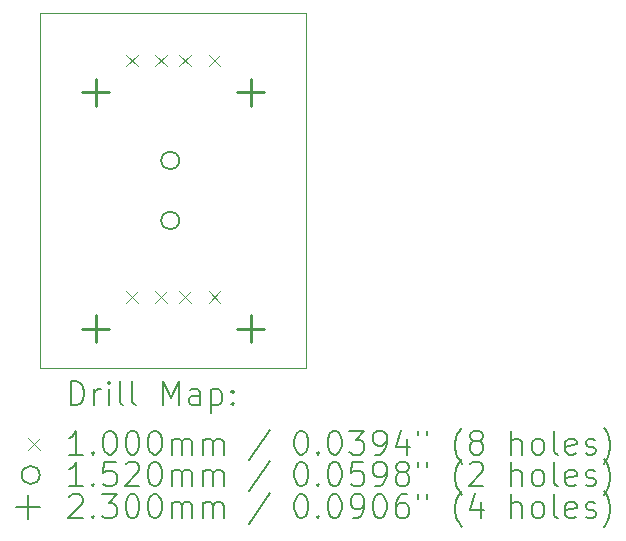
<source format=gbr>
%TF.GenerationSoftware,KiCad,Pcbnew,7.0.7-7.0.7~ubuntu22.04.1*%
%TF.CreationDate,2023-10-15T17:41:28+01:00*%
%TF.ProjectId,USB_distri,5553425f-6469-4737-9472-692e6b696361,rev?*%
%TF.SameCoordinates,Original*%
%TF.FileFunction,Drillmap*%
%TF.FilePolarity,Positive*%
%FSLAX45Y45*%
G04 Gerber Fmt 4.5, Leading zero omitted, Abs format (unit mm)*
G04 Created by KiCad (PCBNEW 7.0.7-7.0.7~ubuntu22.04.1) date 2023-10-15 17:41:28*
%MOMM*%
%LPD*%
G01*
G04 APERTURE LIST*
%ADD10C,0.100000*%
%ADD11C,0.200000*%
%ADD12C,0.152000*%
%ADD13C,0.230000*%
G04 APERTURE END LIST*
D10*
X13480000Y-5840000D02*
X15730000Y-5840000D01*
X15730000Y-8840000D01*
X13480000Y-8840000D01*
X13480000Y-5840000D01*
D11*
D10*
X14205000Y-6190000D02*
X14305000Y-6290000D01*
X14305000Y-6190000D02*
X14205000Y-6290000D01*
X14205000Y-8190000D02*
X14305000Y-8290000D01*
X14305000Y-8190000D02*
X14205000Y-8290000D01*
X14455000Y-6190000D02*
X14555000Y-6290000D01*
X14555000Y-6190000D02*
X14455000Y-6290000D01*
X14455000Y-8190000D02*
X14555000Y-8290000D01*
X14555000Y-8190000D02*
X14455000Y-8290000D01*
X14655000Y-6190000D02*
X14755000Y-6290000D01*
X14755000Y-6190000D02*
X14655000Y-6290000D01*
X14655000Y-8190000D02*
X14755000Y-8290000D01*
X14755000Y-8190000D02*
X14655000Y-8290000D01*
X14905000Y-6190000D02*
X15005000Y-6290000D01*
X15005000Y-6190000D02*
X14905000Y-6290000D01*
X14905000Y-8190000D02*
X15005000Y-8290000D01*
X15005000Y-8190000D02*
X14905000Y-8290000D01*
D12*
X14656000Y-7086000D02*
G75*
G03*
X14656000Y-7086000I-76000J0D01*
G01*
X14656000Y-7594000D02*
G75*
G03*
X14656000Y-7594000I-76000J0D01*
G01*
D13*
X13948000Y-6395000D02*
X13948000Y-6625000D01*
X13833000Y-6510000D02*
X14063000Y-6510000D01*
X13948000Y-8395000D02*
X13948000Y-8625000D01*
X13833000Y-8510000D02*
X14063000Y-8510000D01*
X15262000Y-6395000D02*
X15262000Y-6625000D01*
X15147000Y-6510000D02*
X15377000Y-6510000D01*
X15262000Y-8395000D02*
X15262000Y-8625000D01*
X15147000Y-8510000D02*
X15377000Y-8510000D01*
D11*
X13735777Y-9156484D02*
X13735777Y-8956484D01*
X13735777Y-8956484D02*
X13783396Y-8956484D01*
X13783396Y-8956484D02*
X13811967Y-8966008D01*
X13811967Y-8966008D02*
X13831015Y-8985055D01*
X13831015Y-8985055D02*
X13840539Y-9004103D01*
X13840539Y-9004103D02*
X13850062Y-9042198D01*
X13850062Y-9042198D02*
X13850062Y-9070770D01*
X13850062Y-9070770D02*
X13840539Y-9108865D01*
X13840539Y-9108865D02*
X13831015Y-9127912D01*
X13831015Y-9127912D02*
X13811967Y-9146960D01*
X13811967Y-9146960D02*
X13783396Y-9156484D01*
X13783396Y-9156484D02*
X13735777Y-9156484D01*
X13935777Y-9156484D02*
X13935777Y-9023150D01*
X13935777Y-9061246D02*
X13945301Y-9042198D01*
X13945301Y-9042198D02*
X13954824Y-9032674D01*
X13954824Y-9032674D02*
X13973872Y-9023150D01*
X13973872Y-9023150D02*
X13992920Y-9023150D01*
X14059586Y-9156484D02*
X14059586Y-9023150D01*
X14059586Y-8956484D02*
X14050062Y-8966008D01*
X14050062Y-8966008D02*
X14059586Y-8975531D01*
X14059586Y-8975531D02*
X14069110Y-8966008D01*
X14069110Y-8966008D02*
X14059586Y-8956484D01*
X14059586Y-8956484D02*
X14059586Y-8975531D01*
X14183396Y-9156484D02*
X14164348Y-9146960D01*
X14164348Y-9146960D02*
X14154824Y-9127912D01*
X14154824Y-9127912D02*
X14154824Y-8956484D01*
X14288158Y-9156484D02*
X14269110Y-9146960D01*
X14269110Y-9146960D02*
X14259586Y-9127912D01*
X14259586Y-9127912D02*
X14259586Y-8956484D01*
X14516729Y-9156484D02*
X14516729Y-8956484D01*
X14516729Y-8956484D02*
X14583396Y-9099341D01*
X14583396Y-9099341D02*
X14650062Y-8956484D01*
X14650062Y-8956484D02*
X14650062Y-9156484D01*
X14831015Y-9156484D02*
X14831015Y-9051722D01*
X14831015Y-9051722D02*
X14821491Y-9032674D01*
X14821491Y-9032674D02*
X14802443Y-9023150D01*
X14802443Y-9023150D02*
X14764348Y-9023150D01*
X14764348Y-9023150D02*
X14745301Y-9032674D01*
X14831015Y-9146960D02*
X14811967Y-9156484D01*
X14811967Y-9156484D02*
X14764348Y-9156484D01*
X14764348Y-9156484D02*
X14745301Y-9146960D01*
X14745301Y-9146960D02*
X14735777Y-9127912D01*
X14735777Y-9127912D02*
X14735777Y-9108865D01*
X14735777Y-9108865D02*
X14745301Y-9089817D01*
X14745301Y-9089817D02*
X14764348Y-9080293D01*
X14764348Y-9080293D02*
X14811967Y-9080293D01*
X14811967Y-9080293D02*
X14831015Y-9070770D01*
X14926253Y-9023150D02*
X14926253Y-9223150D01*
X14926253Y-9032674D02*
X14945301Y-9023150D01*
X14945301Y-9023150D02*
X14983396Y-9023150D01*
X14983396Y-9023150D02*
X15002443Y-9032674D01*
X15002443Y-9032674D02*
X15011967Y-9042198D01*
X15011967Y-9042198D02*
X15021491Y-9061246D01*
X15021491Y-9061246D02*
X15021491Y-9118389D01*
X15021491Y-9118389D02*
X15011967Y-9137436D01*
X15011967Y-9137436D02*
X15002443Y-9146960D01*
X15002443Y-9146960D02*
X14983396Y-9156484D01*
X14983396Y-9156484D02*
X14945301Y-9156484D01*
X14945301Y-9156484D02*
X14926253Y-9146960D01*
X15107205Y-9137436D02*
X15116729Y-9146960D01*
X15116729Y-9146960D02*
X15107205Y-9156484D01*
X15107205Y-9156484D02*
X15097682Y-9146960D01*
X15097682Y-9146960D02*
X15107205Y-9137436D01*
X15107205Y-9137436D02*
X15107205Y-9156484D01*
X15107205Y-9032674D02*
X15116729Y-9042198D01*
X15116729Y-9042198D02*
X15107205Y-9051722D01*
X15107205Y-9051722D02*
X15097682Y-9042198D01*
X15097682Y-9042198D02*
X15107205Y-9032674D01*
X15107205Y-9032674D02*
X15107205Y-9051722D01*
D10*
X13375000Y-9435000D02*
X13475000Y-9535000D01*
X13475000Y-9435000D02*
X13375000Y-9535000D01*
D11*
X13840539Y-9576484D02*
X13726253Y-9576484D01*
X13783396Y-9576484D02*
X13783396Y-9376484D01*
X13783396Y-9376484D02*
X13764348Y-9405055D01*
X13764348Y-9405055D02*
X13745301Y-9424103D01*
X13745301Y-9424103D02*
X13726253Y-9433627D01*
X13926253Y-9557436D02*
X13935777Y-9566960D01*
X13935777Y-9566960D02*
X13926253Y-9576484D01*
X13926253Y-9576484D02*
X13916729Y-9566960D01*
X13916729Y-9566960D02*
X13926253Y-9557436D01*
X13926253Y-9557436D02*
X13926253Y-9576484D01*
X14059586Y-9376484D02*
X14078634Y-9376484D01*
X14078634Y-9376484D02*
X14097682Y-9386008D01*
X14097682Y-9386008D02*
X14107205Y-9395531D01*
X14107205Y-9395531D02*
X14116729Y-9414579D01*
X14116729Y-9414579D02*
X14126253Y-9452674D01*
X14126253Y-9452674D02*
X14126253Y-9500293D01*
X14126253Y-9500293D02*
X14116729Y-9538389D01*
X14116729Y-9538389D02*
X14107205Y-9557436D01*
X14107205Y-9557436D02*
X14097682Y-9566960D01*
X14097682Y-9566960D02*
X14078634Y-9576484D01*
X14078634Y-9576484D02*
X14059586Y-9576484D01*
X14059586Y-9576484D02*
X14040539Y-9566960D01*
X14040539Y-9566960D02*
X14031015Y-9557436D01*
X14031015Y-9557436D02*
X14021491Y-9538389D01*
X14021491Y-9538389D02*
X14011967Y-9500293D01*
X14011967Y-9500293D02*
X14011967Y-9452674D01*
X14011967Y-9452674D02*
X14021491Y-9414579D01*
X14021491Y-9414579D02*
X14031015Y-9395531D01*
X14031015Y-9395531D02*
X14040539Y-9386008D01*
X14040539Y-9386008D02*
X14059586Y-9376484D01*
X14250062Y-9376484D02*
X14269110Y-9376484D01*
X14269110Y-9376484D02*
X14288158Y-9386008D01*
X14288158Y-9386008D02*
X14297682Y-9395531D01*
X14297682Y-9395531D02*
X14307205Y-9414579D01*
X14307205Y-9414579D02*
X14316729Y-9452674D01*
X14316729Y-9452674D02*
X14316729Y-9500293D01*
X14316729Y-9500293D02*
X14307205Y-9538389D01*
X14307205Y-9538389D02*
X14297682Y-9557436D01*
X14297682Y-9557436D02*
X14288158Y-9566960D01*
X14288158Y-9566960D02*
X14269110Y-9576484D01*
X14269110Y-9576484D02*
X14250062Y-9576484D01*
X14250062Y-9576484D02*
X14231015Y-9566960D01*
X14231015Y-9566960D02*
X14221491Y-9557436D01*
X14221491Y-9557436D02*
X14211967Y-9538389D01*
X14211967Y-9538389D02*
X14202443Y-9500293D01*
X14202443Y-9500293D02*
X14202443Y-9452674D01*
X14202443Y-9452674D02*
X14211967Y-9414579D01*
X14211967Y-9414579D02*
X14221491Y-9395531D01*
X14221491Y-9395531D02*
X14231015Y-9386008D01*
X14231015Y-9386008D02*
X14250062Y-9376484D01*
X14440539Y-9376484D02*
X14459586Y-9376484D01*
X14459586Y-9376484D02*
X14478634Y-9386008D01*
X14478634Y-9386008D02*
X14488158Y-9395531D01*
X14488158Y-9395531D02*
X14497682Y-9414579D01*
X14497682Y-9414579D02*
X14507205Y-9452674D01*
X14507205Y-9452674D02*
X14507205Y-9500293D01*
X14507205Y-9500293D02*
X14497682Y-9538389D01*
X14497682Y-9538389D02*
X14488158Y-9557436D01*
X14488158Y-9557436D02*
X14478634Y-9566960D01*
X14478634Y-9566960D02*
X14459586Y-9576484D01*
X14459586Y-9576484D02*
X14440539Y-9576484D01*
X14440539Y-9576484D02*
X14421491Y-9566960D01*
X14421491Y-9566960D02*
X14411967Y-9557436D01*
X14411967Y-9557436D02*
X14402443Y-9538389D01*
X14402443Y-9538389D02*
X14392920Y-9500293D01*
X14392920Y-9500293D02*
X14392920Y-9452674D01*
X14392920Y-9452674D02*
X14402443Y-9414579D01*
X14402443Y-9414579D02*
X14411967Y-9395531D01*
X14411967Y-9395531D02*
X14421491Y-9386008D01*
X14421491Y-9386008D02*
X14440539Y-9376484D01*
X14592920Y-9576484D02*
X14592920Y-9443150D01*
X14592920Y-9462198D02*
X14602443Y-9452674D01*
X14602443Y-9452674D02*
X14621491Y-9443150D01*
X14621491Y-9443150D02*
X14650063Y-9443150D01*
X14650063Y-9443150D02*
X14669110Y-9452674D01*
X14669110Y-9452674D02*
X14678634Y-9471722D01*
X14678634Y-9471722D02*
X14678634Y-9576484D01*
X14678634Y-9471722D02*
X14688158Y-9452674D01*
X14688158Y-9452674D02*
X14707205Y-9443150D01*
X14707205Y-9443150D02*
X14735777Y-9443150D01*
X14735777Y-9443150D02*
X14754824Y-9452674D01*
X14754824Y-9452674D02*
X14764348Y-9471722D01*
X14764348Y-9471722D02*
X14764348Y-9576484D01*
X14859586Y-9576484D02*
X14859586Y-9443150D01*
X14859586Y-9462198D02*
X14869110Y-9452674D01*
X14869110Y-9452674D02*
X14888158Y-9443150D01*
X14888158Y-9443150D02*
X14916729Y-9443150D01*
X14916729Y-9443150D02*
X14935777Y-9452674D01*
X14935777Y-9452674D02*
X14945301Y-9471722D01*
X14945301Y-9471722D02*
X14945301Y-9576484D01*
X14945301Y-9471722D02*
X14954824Y-9452674D01*
X14954824Y-9452674D02*
X14973872Y-9443150D01*
X14973872Y-9443150D02*
X15002443Y-9443150D01*
X15002443Y-9443150D02*
X15021491Y-9452674D01*
X15021491Y-9452674D02*
X15031015Y-9471722D01*
X15031015Y-9471722D02*
X15031015Y-9576484D01*
X15421491Y-9366960D02*
X15250063Y-9624103D01*
X15678634Y-9376484D02*
X15697682Y-9376484D01*
X15697682Y-9376484D02*
X15716729Y-9386008D01*
X15716729Y-9386008D02*
X15726253Y-9395531D01*
X15726253Y-9395531D02*
X15735777Y-9414579D01*
X15735777Y-9414579D02*
X15745301Y-9452674D01*
X15745301Y-9452674D02*
X15745301Y-9500293D01*
X15745301Y-9500293D02*
X15735777Y-9538389D01*
X15735777Y-9538389D02*
X15726253Y-9557436D01*
X15726253Y-9557436D02*
X15716729Y-9566960D01*
X15716729Y-9566960D02*
X15697682Y-9576484D01*
X15697682Y-9576484D02*
X15678634Y-9576484D01*
X15678634Y-9576484D02*
X15659586Y-9566960D01*
X15659586Y-9566960D02*
X15650063Y-9557436D01*
X15650063Y-9557436D02*
X15640539Y-9538389D01*
X15640539Y-9538389D02*
X15631015Y-9500293D01*
X15631015Y-9500293D02*
X15631015Y-9452674D01*
X15631015Y-9452674D02*
X15640539Y-9414579D01*
X15640539Y-9414579D02*
X15650063Y-9395531D01*
X15650063Y-9395531D02*
X15659586Y-9386008D01*
X15659586Y-9386008D02*
X15678634Y-9376484D01*
X15831015Y-9557436D02*
X15840539Y-9566960D01*
X15840539Y-9566960D02*
X15831015Y-9576484D01*
X15831015Y-9576484D02*
X15821491Y-9566960D01*
X15821491Y-9566960D02*
X15831015Y-9557436D01*
X15831015Y-9557436D02*
X15831015Y-9576484D01*
X15964348Y-9376484D02*
X15983396Y-9376484D01*
X15983396Y-9376484D02*
X16002444Y-9386008D01*
X16002444Y-9386008D02*
X16011967Y-9395531D01*
X16011967Y-9395531D02*
X16021491Y-9414579D01*
X16021491Y-9414579D02*
X16031015Y-9452674D01*
X16031015Y-9452674D02*
X16031015Y-9500293D01*
X16031015Y-9500293D02*
X16021491Y-9538389D01*
X16021491Y-9538389D02*
X16011967Y-9557436D01*
X16011967Y-9557436D02*
X16002444Y-9566960D01*
X16002444Y-9566960D02*
X15983396Y-9576484D01*
X15983396Y-9576484D02*
X15964348Y-9576484D01*
X15964348Y-9576484D02*
X15945301Y-9566960D01*
X15945301Y-9566960D02*
X15935777Y-9557436D01*
X15935777Y-9557436D02*
X15926253Y-9538389D01*
X15926253Y-9538389D02*
X15916729Y-9500293D01*
X15916729Y-9500293D02*
X15916729Y-9452674D01*
X15916729Y-9452674D02*
X15926253Y-9414579D01*
X15926253Y-9414579D02*
X15935777Y-9395531D01*
X15935777Y-9395531D02*
X15945301Y-9386008D01*
X15945301Y-9386008D02*
X15964348Y-9376484D01*
X16097682Y-9376484D02*
X16221491Y-9376484D01*
X16221491Y-9376484D02*
X16154825Y-9452674D01*
X16154825Y-9452674D02*
X16183396Y-9452674D01*
X16183396Y-9452674D02*
X16202444Y-9462198D01*
X16202444Y-9462198D02*
X16211967Y-9471722D01*
X16211967Y-9471722D02*
X16221491Y-9490770D01*
X16221491Y-9490770D02*
X16221491Y-9538389D01*
X16221491Y-9538389D02*
X16211967Y-9557436D01*
X16211967Y-9557436D02*
X16202444Y-9566960D01*
X16202444Y-9566960D02*
X16183396Y-9576484D01*
X16183396Y-9576484D02*
X16126253Y-9576484D01*
X16126253Y-9576484D02*
X16107206Y-9566960D01*
X16107206Y-9566960D02*
X16097682Y-9557436D01*
X16316729Y-9576484D02*
X16354825Y-9576484D01*
X16354825Y-9576484D02*
X16373872Y-9566960D01*
X16373872Y-9566960D02*
X16383396Y-9557436D01*
X16383396Y-9557436D02*
X16402444Y-9528865D01*
X16402444Y-9528865D02*
X16411967Y-9490770D01*
X16411967Y-9490770D02*
X16411967Y-9414579D01*
X16411967Y-9414579D02*
X16402444Y-9395531D01*
X16402444Y-9395531D02*
X16392920Y-9386008D01*
X16392920Y-9386008D02*
X16373872Y-9376484D01*
X16373872Y-9376484D02*
X16335777Y-9376484D01*
X16335777Y-9376484D02*
X16316729Y-9386008D01*
X16316729Y-9386008D02*
X16307206Y-9395531D01*
X16307206Y-9395531D02*
X16297682Y-9414579D01*
X16297682Y-9414579D02*
X16297682Y-9462198D01*
X16297682Y-9462198D02*
X16307206Y-9481246D01*
X16307206Y-9481246D02*
X16316729Y-9490770D01*
X16316729Y-9490770D02*
X16335777Y-9500293D01*
X16335777Y-9500293D02*
X16373872Y-9500293D01*
X16373872Y-9500293D02*
X16392920Y-9490770D01*
X16392920Y-9490770D02*
X16402444Y-9481246D01*
X16402444Y-9481246D02*
X16411967Y-9462198D01*
X16583396Y-9443150D02*
X16583396Y-9576484D01*
X16535777Y-9366960D02*
X16488158Y-9509817D01*
X16488158Y-9509817D02*
X16611967Y-9509817D01*
X16678634Y-9376484D02*
X16678634Y-9414579D01*
X16754825Y-9376484D02*
X16754825Y-9414579D01*
X17050063Y-9652674D02*
X17040539Y-9643150D01*
X17040539Y-9643150D02*
X17021491Y-9614579D01*
X17021491Y-9614579D02*
X17011968Y-9595531D01*
X17011968Y-9595531D02*
X17002444Y-9566960D01*
X17002444Y-9566960D02*
X16992920Y-9519341D01*
X16992920Y-9519341D02*
X16992920Y-9481246D01*
X16992920Y-9481246D02*
X17002444Y-9433627D01*
X17002444Y-9433627D02*
X17011968Y-9405055D01*
X17011968Y-9405055D02*
X17021491Y-9386008D01*
X17021491Y-9386008D02*
X17040539Y-9357436D01*
X17040539Y-9357436D02*
X17050063Y-9347912D01*
X17154825Y-9462198D02*
X17135777Y-9452674D01*
X17135777Y-9452674D02*
X17126253Y-9443150D01*
X17126253Y-9443150D02*
X17116730Y-9424103D01*
X17116730Y-9424103D02*
X17116730Y-9414579D01*
X17116730Y-9414579D02*
X17126253Y-9395531D01*
X17126253Y-9395531D02*
X17135777Y-9386008D01*
X17135777Y-9386008D02*
X17154825Y-9376484D01*
X17154825Y-9376484D02*
X17192920Y-9376484D01*
X17192920Y-9376484D02*
X17211968Y-9386008D01*
X17211968Y-9386008D02*
X17221491Y-9395531D01*
X17221491Y-9395531D02*
X17231015Y-9414579D01*
X17231015Y-9414579D02*
X17231015Y-9424103D01*
X17231015Y-9424103D02*
X17221491Y-9443150D01*
X17221491Y-9443150D02*
X17211968Y-9452674D01*
X17211968Y-9452674D02*
X17192920Y-9462198D01*
X17192920Y-9462198D02*
X17154825Y-9462198D01*
X17154825Y-9462198D02*
X17135777Y-9471722D01*
X17135777Y-9471722D02*
X17126253Y-9481246D01*
X17126253Y-9481246D02*
X17116730Y-9500293D01*
X17116730Y-9500293D02*
X17116730Y-9538389D01*
X17116730Y-9538389D02*
X17126253Y-9557436D01*
X17126253Y-9557436D02*
X17135777Y-9566960D01*
X17135777Y-9566960D02*
X17154825Y-9576484D01*
X17154825Y-9576484D02*
X17192920Y-9576484D01*
X17192920Y-9576484D02*
X17211968Y-9566960D01*
X17211968Y-9566960D02*
X17221491Y-9557436D01*
X17221491Y-9557436D02*
X17231015Y-9538389D01*
X17231015Y-9538389D02*
X17231015Y-9500293D01*
X17231015Y-9500293D02*
X17221491Y-9481246D01*
X17221491Y-9481246D02*
X17211968Y-9471722D01*
X17211968Y-9471722D02*
X17192920Y-9462198D01*
X17469111Y-9576484D02*
X17469111Y-9376484D01*
X17554825Y-9576484D02*
X17554825Y-9471722D01*
X17554825Y-9471722D02*
X17545301Y-9452674D01*
X17545301Y-9452674D02*
X17526253Y-9443150D01*
X17526253Y-9443150D02*
X17497682Y-9443150D01*
X17497682Y-9443150D02*
X17478634Y-9452674D01*
X17478634Y-9452674D02*
X17469111Y-9462198D01*
X17678634Y-9576484D02*
X17659587Y-9566960D01*
X17659587Y-9566960D02*
X17650063Y-9557436D01*
X17650063Y-9557436D02*
X17640539Y-9538389D01*
X17640539Y-9538389D02*
X17640539Y-9481246D01*
X17640539Y-9481246D02*
X17650063Y-9462198D01*
X17650063Y-9462198D02*
X17659587Y-9452674D01*
X17659587Y-9452674D02*
X17678634Y-9443150D01*
X17678634Y-9443150D02*
X17707206Y-9443150D01*
X17707206Y-9443150D02*
X17726253Y-9452674D01*
X17726253Y-9452674D02*
X17735777Y-9462198D01*
X17735777Y-9462198D02*
X17745301Y-9481246D01*
X17745301Y-9481246D02*
X17745301Y-9538389D01*
X17745301Y-9538389D02*
X17735777Y-9557436D01*
X17735777Y-9557436D02*
X17726253Y-9566960D01*
X17726253Y-9566960D02*
X17707206Y-9576484D01*
X17707206Y-9576484D02*
X17678634Y-9576484D01*
X17859587Y-9576484D02*
X17840539Y-9566960D01*
X17840539Y-9566960D02*
X17831015Y-9547912D01*
X17831015Y-9547912D02*
X17831015Y-9376484D01*
X18011968Y-9566960D02*
X17992920Y-9576484D01*
X17992920Y-9576484D02*
X17954825Y-9576484D01*
X17954825Y-9576484D02*
X17935777Y-9566960D01*
X17935777Y-9566960D02*
X17926253Y-9547912D01*
X17926253Y-9547912D02*
X17926253Y-9471722D01*
X17926253Y-9471722D02*
X17935777Y-9452674D01*
X17935777Y-9452674D02*
X17954825Y-9443150D01*
X17954825Y-9443150D02*
X17992920Y-9443150D01*
X17992920Y-9443150D02*
X18011968Y-9452674D01*
X18011968Y-9452674D02*
X18021492Y-9471722D01*
X18021492Y-9471722D02*
X18021492Y-9490770D01*
X18021492Y-9490770D02*
X17926253Y-9509817D01*
X18097682Y-9566960D02*
X18116730Y-9576484D01*
X18116730Y-9576484D02*
X18154825Y-9576484D01*
X18154825Y-9576484D02*
X18173873Y-9566960D01*
X18173873Y-9566960D02*
X18183396Y-9547912D01*
X18183396Y-9547912D02*
X18183396Y-9538389D01*
X18183396Y-9538389D02*
X18173873Y-9519341D01*
X18173873Y-9519341D02*
X18154825Y-9509817D01*
X18154825Y-9509817D02*
X18126253Y-9509817D01*
X18126253Y-9509817D02*
X18107206Y-9500293D01*
X18107206Y-9500293D02*
X18097682Y-9481246D01*
X18097682Y-9481246D02*
X18097682Y-9471722D01*
X18097682Y-9471722D02*
X18107206Y-9452674D01*
X18107206Y-9452674D02*
X18126253Y-9443150D01*
X18126253Y-9443150D02*
X18154825Y-9443150D01*
X18154825Y-9443150D02*
X18173873Y-9452674D01*
X18250063Y-9652674D02*
X18259587Y-9643150D01*
X18259587Y-9643150D02*
X18278634Y-9614579D01*
X18278634Y-9614579D02*
X18288158Y-9595531D01*
X18288158Y-9595531D02*
X18297682Y-9566960D01*
X18297682Y-9566960D02*
X18307206Y-9519341D01*
X18307206Y-9519341D02*
X18307206Y-9481246D01*
X18307206Y-9481246D02*
X18297682Y-9433627D01*
X18297682Y-9433627D02*
X18288158Y-9405055D01*
X18288158Y-9405055D02*
X18278634Y-9386008D01*
X18278634Y-9386008D02*
X18259587Y-9357436D01*
X18259587Y-9357436D02*
X18250063Y-9347912D01*
D12*
X13475000Y-9749000D02*
G75*
G03*
X13475000Y-9749000I-76000J0D01*
G01*
D11*
X13840539Y-9840484D02*
X13726253Y-9840484D01*
X13783396Y-9840484D02*
X13783396Y-9640484D01*
X13783396Y-9640484D02*
X13764348Y-9669055D01*
X13764348Y-9669055D02*
X13745301Y-9688103D01*
X13745301Y-9688103D02*
X13726253Y-9697627D01*
X13926253Y-9821436D02*
X13935777Y-9830960D01*
X13935777Y-9830960D02*
X13926253Y-9840484D01*
X13926253Y-9840484D02*
X13916729Y-9830960D01*
X13916729Y-9830960D02*
X13926253Y-9821436D01*
X13926253Y-9821436D02*
X13926253Y-9840484D01*
X14116729Y-9640484D02*
X14021491Y-9640484D01*
X14021491Y-9640484D02*
X14011967Y-9735722D01*
X14011967Y-9735722D02*
X14021491Y-9726198D01*
X14021491Y-9726198D02*
X14040539Y-9716674D01*
X14040539Y-9716674D02*
X14088158Y-9716674D01*
X14088158Y-9716674D02*
X14107205Y-9726198D01*
X14107205Y-9726198D02*
X14116729Y-9735722D01*
X14116729Y-9735722D02*
X14126253Y-9754770D01*
X14126253Y-9754770D02*
X14126253Y-9802389D01*
X14126253Y-9802389D02*
X14116729Y-9821436D01*
X14116729Y-9821436D02*
X14107205Y-9830960D01*
X14107205Y-9830960D02*
X14088158Y-9840484D01*
X14088158Y-9840484D02*
X14040539Y-9840484D01*
X14040539Y-9840484D02*
X14021491Y-9830960D01*
X14021491Y-9830960D02*
X14011967Y-9821436D01*
X14202443Y-9659531D02*
X14211967Y-9650008D01*
X14211967Y-9650008D02*
X14231015Y-9640484D01*
X14231015Y-9640484D02*
X14278634Y-9640484D01*
X14278634Y-9640484D02*
X14297682Y-9650008D01*
X14297682Y-9650008D02*
X14307205Y-9659531D01*
X14307205Y-9659531D02*
X14316729Y-9678579D01*
X14316729Y-9678579D02*
X14316729Y-9697627D01*
X14316729Y-9697627D02*
X14307205Y-9726198D01*
X14307205Y-9726198D02*
X14192920Y-9840484D01*
X14192920Y-9840484D02*
X14316729Y-9840484D01*
X14440539Y-9640484D02*
X14459586Y-9640484D01*
X14459586Y-9640484D02*
X14478634Y-9650008D01*
X14478634Y-9650008D02*
X14488158Y-9659531D01*
X14488158Y-9659531D02*
X14497682Y-9678579D01*
X14497682Y-9678579D02*
X14507205Y-9716674D01*
X14507205Y-9716674D02*
X14507205Y-9764293D01*
X14507205Y-9764293D02*
X14497682Y-9802389D01*
X14497682Y-9802389D02*
X14488158Y-9821436D01*
X14488158Y-9821436D02*
X14478634Y-9830960D01*
X14478634Y-9830960D02*
X14459586Y-9840484D01*
X14459586Y-9840484D02*
X14440539Y-9840484D01*
X14440539Y-9840484D02*
X14421491Y-9830960D01*
X14421491Y-9830960D02*
X14411967Y-9821436D01*
X14411967Y-9821436D02*
X14402443Y-9802389D01*
X14402443Y-9802389D02*
X14392920Y-9764293D01*
X14392920Y-9764293D02*
X14392920Y-9716674D01*
X14392920Y-9716674D02*
X14402443Y-9678579D01*
X14402443Y-9678579D02*
X14411967Y-9659531D01*
X14411967Y-9659531D02*
X14421491Y-9650008D01*
X14421491Y-9650008D02*
X14440539Y-9640484D01*
X14592920Y-9840484D02*
X14592920Y-9707150D01*
X14592920Y-9726198D02*
X14602443Y-9716674D01*
X14602443Y-9716674D02*
X14621491Y-9707150D01*
X14621491Y-9707150D02*
X14650063Y-9707150D01*
X14650063Y-9707150D02*
X14669110Y-9716674D01*
X14669110Y-9716674D02*
X14678634Y-9735722D01*
X14678634Y-9735722D02*
X14678634Y-9840484D01*
X14678634Y-9735722D02*
X14688158Y-9716674D01*
X14688158Y-9716674D02*
X14707205Y-9707150D01*
X14707205Y-9707150D02*
X14735777Y-9707150D01*
X14735777Y-9707150D02*
X14754824Y-9716674D01*
X14754824Y-9716674D02*
X14764348Y-9735722D01*
X14764348Y-9735722D02*
X14764348Y-9840484D01*
X14859586Y-9840484D02*
X14859586Y-9707150D01*
X14859586Y-9726198D02*
X14869110Y-9716674D01*
X14869110Y-9716674D02*
X14888158Y-9707150D01*
X14888158Y-9707150D02*
X14916729Y-9707150D01*
X14916729Y-9707150D02*
X14935777Y-9716674D01*
X14935777Y-9716674D02*
X14945301Y-9735722D01*
X14945301Y-9735722D02*
X14945301Y-9840484D01*
X14945301Y-9735722D02*
X14954824Y-9716674D01*
X14954824Y-9716674D02*
X14973872Y-9707150D01*
X14973872Y-9707150D02*
X15002443Y-9707150D01*
X15002443Y-9707150D02*
X15021491Y-9716674D01*
X15021491Y-9716674D02*
X15031015Y-9735722D01*
X15031015Y-9735722D02*
X15031015Y-9840484D01*
X15421491Y-9630960D02*
X15250063Y-9888103D01*
X15678634Y-9640484D02*
X15697682Y-9640484D01*
X15697682Y-9640484D02*
X15716729Y-9650008D01*
X15716729Y-9650008D02*
X15726253Y-9659531D01*
X15726253Y-9659531D02*
X15735777Y-9678579D01*
X15735777Y-9678579D02*
X15745301Y-9716674D01*
X15745301Y-9716674D02*
X15745301Y-9764293D01*
X15745301Y-9764293D02*
X15735777Y-9802389D01*
X15735777Y-9802389D02*
X15726253Y-9821436D01*
X15726253Y-9821436D02*
X15716729Y-9830960D01*
X15716729Y-9830960D02*
X15697682Y-9840484D01*
X15697682Y-9840484D02*
X15678634Y-9840484D01*
X15678634Y-9840484D02*
X15659586Y-9830960D01*
X15659586Y-9830960D02*
X15650063Y-9821436D01*
X15650063Y-9821436D02*
X15640539Y-9802389D01*
X15640539Y-9802389D02*
X15631015Y-9764293D01*
X15631015Y-9764293D02*
X15631015Y-9716674D01*
X15631015Y-9716674D02*
X15640539Y-9678579D01*
X15640539Y-9678579D02*
X15650063Y-9659531D01*
X15650063Y-9659531D02*
X15659586Y-9650008D01*
X15659586Y-9650008D02*
X15678634Y-9640484D01*
X15831015Y-9821436D02*
X15840539Y-9830960D01*
X15840539Y-9830960D02*
X15831015Y-9840484D01*
X15831015Y-9840484D02*
X15821491Y-9830960D01*
X15821491Y-9830960D02*
X15831015Y-9821436D01*
X15831015Y-9821436D02*
X15831015Y-9840484D01*
X15964348Y-9640484D02*
X15983396Y-9640484D01*
X15983396Y-9640484D02*
X16002444Y-9650008D01*
X16002444Y-9650008D02*
X16011967Y-9659531D01*
X16011967Y-9659531D02*
X16021491Y-9678579D01*
X16021491Y-9678579D02*
X16031015Y-9716674D01*
X16031015Y-9716674D02*
X16031015Y-9764293D01*
X16031015Y-9764293D02*
X16021491Y-9802389D01*
X16021491Y-9802389D02*
X16011967Y-9821436D01*
X16011967Y-9821436D02*
X16002444Y-9830960D01*
X16002444Y-9830960D02*
X15983396Y-9840484D01*
X15983396Y-9840484D02*
X15964348Y-9840484D01*
X15964348Y-9840484D02*
X15945301Y-9830960D01*
X15945301Y-9830960D02*
X15935777Y-9821436D01*
X15935777Y-9821436D02*
X15926253Y-9802389D01*
X15926253Y-9802389D02*
X15916729Y-9764293D01*
X15916729Y-9764293D02*
X15916729Y-9716674D01*
X15916729Y-9716674D02*
X15926253Y-9678579D01*
X15926253Y-9678579D02*
X15935777Y-9659531D01*
X15935777Y-9659531D02*
X15945301Y-9650008D01*
X15945301Y-9650008D02*
X15964348Y-9640484D01*
X16211967Y-9640484D02*
X16116729Y-9640484D01*
X16116729Y-9640484D02*
X16107206Y-9735722D01*
X16107206Y-9735722D02*
X16116729Y-9726198D01*
X16116729Y-9726198D02*
X16135777Y-9716674D01*
X16135777Y-9716674D02*
X16183396Y-9716674D01*
X16183396Y-9716674D02*
X16202444Y-9726198D01*
X16202444Y-9726198D02*
X16211967Y-9735722D01*
X16211967Y-9735722D02*
X16221491Y-9754770D01*
X16221491Y-9754770D02*
X16221491Y-9802389D01*
X16221491Y-9802389D02*
X16211967Y-9821436D01*
X16211967Y-9821436D02*
X16202444Y-9830960D01*
X16202444Y-9830960D02*
X16183396Y-9840484D01*
X16183396Y-9840484D02*
X16135777Y-9840484D01*
X16135777Y-9840484D02*
X16116729Y-9830960D01*
X16116729Y-9830960D02*
X16107206Y-9821436D01*
X16316729Y-9840484D02*
X16354825Y-9840484D01*
X16354825Y-9840484D02*
X16373872Y-9830960D01*
X16373872Y-9830960D02*
X16383396Y-9821436D01*
X16383396Y-9821436D02*
X16402444Y-9792865D01*
X16402444Y-9792865D02*
X16411967Y-9754770D01*
X16411967Y-9754770D02*
X16411967Y-9678579D01*
X16411967Y-9678579D02*
X16402444Y-9659531D01*
X16402444Y-9659531D02*
X16392920Y-9650008D01*
X16392920Y-9650008D02*
X16373872Y-9640484D01*
X16373872Y-9640484D02*
X16335777Y-9640484D01*
X16335777Y-9640484D02*
X16316729Y-9650008D01*
X16316729Y-9650008D02*
X16307206Y-9659531D01*
X16307206Y-9659531D02*
X16297682Y-9678579D01*
X16297682Y-9678579D02*
X16297682Y-9726198D01*
X16297682Y-9726198D02*
X16307206Y-9745246D01*
X16307206Y-9745246D02*
X16316729Y-9754770D01*
X16316729Y-9754770D02*
X16335777Y-9764293D01*
X16335777Y-9764293D02*
X16373872Y-9764293D01*
X16373872Y-9764293D02*
X16392920Y-9754770D01*
X16392920Y-9754770D02*
X16402444Y-9745246D01*
X16402444Y-9745246D02*
X16411967Y-9726198D01*
X16526253Y-9726198D02*
X16507206Y-9716674D01*
X16507206Y-9716674D02*
X16497682Y-9707150D01*
X16497682Y-9707150D02*
X16488158Y-9688103D01*
X16488158Y-9688103D02*
X16488158Y-9678579D01*
X16488158Y-9678579D02*
X16497682Y-9659531D01*
X16497682Y-9659531D02*
X16507206Y-9650008D01*
X16507206Y-9650008D02*
X16526253Y-9640484D01*
X16526253Y-9640484D02*
X16564348Y-9640484D01*
X16564348Y-9640484D02*
X16583396Y-9650008D01*
X16583396Y-9650008D02*
X16592920Y-9659531D01*
X16592920Y-9659531D02*
X16602444Y-9678579D01*
X16602444Y-9678579D02*
X16602444Y-9688103D01*
X16602444Y-9688103D02*
X16592920Y-9707150D01*
X16592920Y-9707150D02*
X16583396Y-9716674D01*
X16583396Y-9716674D02*
X16564348Y-9726198D01*
X16564348Y-9726198D02*
X16526253Y-9726198D01*
X16526253Y-9726198D02*
X16507206Y-9735722D01*
X16507206Y-9735722D02*
X16497682Y-9745246D01*
X16497682Y-9745246D02*
X16488158Y-9764293D01*
X16488158Y-9764293D02*
X16488158Y-9802389D01*
X16488158Y-9802389D02*
X16497682Y-9821436D01*
X16497682Y-9821436D02*
X16507206Y-9830960D01*
X16507206Y-9830960D02*
X16526253Y-9840484D01*
X16526253Y-9840484D02*
X16564348Y-9840484D01*
X16564348Y-9840484D02*
X16583396Y-9830960D01*
X16583396Y-9830960D02*
X16592920Y-9821436D01*
X16592920Y-9821436D02*
X16602444Y-9802389D01*
X16602444Y-9802389D02*
X16602444Y-9764293D01*
X16602444Y-9764293D02*
X16592920Y-9745246D01*
X16592920Y-9745246D02*
X16583396Y-9735722D01*
X16583396Y-9735722D02*
X16564348Y-9726198D01*
X16678634Y-9640484D02*
X16678634Y-9678579D01*
X16754825Y-9640484D02*
X16754825Y-9678579D01*
X17050063Y-9916674D02*
X17040539Y-9907150D01*
X17040539Y-9907150D02*
X17021491Y-9878579D01*
X17021491Y-9878579D02*
X17011968Y-9859531D01*
X17011968Y-9859531D02*
X17002444Y-9830960D01*
X17002444Y-9830960D02*
X16992920Y-9783341D01*
X16992920Y-9783341D02*
X16992920Y-9745246D01*
X16992920Y-9745246D02*
X17002444Y-9697627D01*
X17002444Y-9697627D02*
X17011968Y-9669055D01*
X17011968Y-9669055D02*
X17021491Y-9650008D01*
X17021491Y-9650008D02*
X17040539Y-9621436D01*
X17040539Y-9621436D02*
X17050063Y-9611912D01*
X17116730Y-9659531D02*
X17126253Y-9650008D01*
X17126253Y-9650008D02*
X17145301Y-9640484D01*
X17145301Y-9640484D02*
X17192920Y-9640484D01*
X17192920Y-9640484D02*
X17211968Y-9650008D01*
X17211968Y-9650008D02*
X17221491Y-9659531D01*
X17221491Y-9659531D02*
X17231015Y-9678579D01*
X17231015Y-9678579D02*
X17231015Y-9697627D01*
X17231015Y-9697627D02*
X17221491Y-9726198D01*
X17221491Y-9726198D02*
X17107206Y-9840484D01*
X17107206Y-9840484D02*
X17231015Y-9840484D01*
X17469111Y-9840484D02*
X17469111Y-9640484D01*
X17554825Y-9840484D02*
X17554825Y-9735722D01*
X17554825Y-9735722D02*
X17545301Y-9716674D01*
X17545301Y-9716674D02*
X17526253Y-9707150D01*
X17526253Y-9707150D02*
X17497682Y-9707150D01*
X17497682Y-9707150D02*
X17478634Y-9716674D01*
X17478634Y-9716674D02*
X17469111Y-9726198D01*
X17678634Y-9840484D02*
X17659587Y-9830960D01*
X17659587Y-9830960D02*
X17650063Y-9821436D01*
X17650063Y-9821436D02*
X17640539Y-9802389D01*
X17640539Y-9802389D02*
X17640539Y-9745246D01*
X17640539Y-9745246D02*
X17650063Y-9726198D01*
X17650063Y-9726198D02*
X17659587Y-9716674D01*
X17659587Y-9716674D02*
X17678634Y-9707150D01*
X17678634Y-9707150D02*
X17707206Y-9707150D01*
X17707206Y-9707150D02*
X17726253Y-9716674D01*
X17726253Y-9716674D02*
X17735777Y-9726198D01*
X17735777Y-9726198D02*
X17745301Y-9745246D01*
X17745301Y-9745246D02*
X17745301Y-9802389D01*
X17745301Y-9802389D02*
X17735777Y-9821436D01*
X17735777Y-9821436D02*
X17726253Y-9830960D01*
X17726253Y-9830960D02*
X17707206Y-9840484D01*
X17707206Y-9840484D02*
X17678634Y-9840484D01*
X17859587Y-9840484D02*
X17840539Y-9830960D01*
X17840539Y-9830960D02*
X17831015Y-9811912D01*
X17831015Y-9811912D02*
X17831015Y-9640484D01*
X18011968Y-9830960D02*
X17992920Y-9840484D01*
X17992920Y-9840484D02*
X17954825Y-9840484D01*
X17954825Y-9840484D02*
X17935777Y-9830960D01*
X17935777Y-9830960D02*
X17926253Y-9811912D01*
X17926253Y-9811912D02*
X17926253Y-9735722D01*
X17926253Y-9735722D02*
X17935777Y-9716674D01*
X17935777Y-9716674D02*
X17954825Y-9707150D01*
X17954825Y-9707150D02*
X17992920Y-9707150D01*
X17992920Y-9707150D02*
X18011968Y-9716674D01*
X18011968Y-9716674D02*
X18021492Y-9735722D01*
X18021492Y-9735722D02*
X18021492Y-9754770D01*
X18021492Y-9754770D02*
X17926253Y-9773817D01*
X18097682Y-9830960D02*
X18116730Y-9840484D01*
X18116730Y-9840484D02*
X18154825Y-9840484D01*
X18154825Y-9840484D02*
X18173873Y-9830960D01*
X18173873Y-9830960D02*
X18183396Y-9811912D01*
X18183396Y-9811912D02*
X18183396Y-9802389D01*
X18183396Y-9802389D02*
X18173873Y-9783341D01*
X18173873Y-9783341D02*
X18154825Y-9773817D01*
X18154825Y-9773817D02*
X18126253Y-9773817D01*
X18126253Y-9773817D02*
X18107206Y-9764293D01*
X18107206Y-9764293D02*
X18097682Y-9745246D01*
X18097682Y-9745246D02*
X18097682Y-9735722D01*
X18097682Y-9735722D02*
X18107206Y-9716674D01*
X18107206Y-9716674D02*
X18126253Y-9707150D01*
X18126253Y-9707150D02*
X18154825Y-9707150D01*
X18154825Y-9707150D02*
X18173873Y-9716674D01*
X18250063Y-9916674D02*
X18259587Y-9907150D01*
X18259587Y-9907150D02*
X18278634Y-9878579D01*
X18278634Y-9878579D02*
X18288158Y-9859531D01*
X18288158Y-9859531D02*
X18297682Y-9830960D01*
X18297682Y-9830960D02*
X18307206Y-9783341D01*
X18307206Y-9783341D02*
X18307206Y-9745246D01*
X18307206Y-9745246D02*
X18297682Y-9697627D01*
X18297682Y-9697627D02*
X18288158Y-9669055D01*
X18288158Y-9669055D02*
X18278634Y-9650008D01*
X18278634Y-9650008D02*
X18259587Y-9621436D01*
X18259587Y-9621436D02*
X18250063Y-9611912D01*
X13375000Y-9921000D02*
X13375000Y-10121000D01*
X13275000Y-10021000D02*
X13475000Y-10021000D01*
X13726253Y-9931531D02*
X13735777Y-9922008D01*
X13735777Y-9922008D02*
X13754824Y-9912484D01*
X13754824Y-9912484D02*
X13802443Y-9912484D01*
X13802443Y-9912484D02*
X13821491Y-9922008D01*
X13821491Y-9922008D02*
X13831015Y-9931531D01*
X13831015Y-9931531D02*
X13840539Y-9950579D01*
X13840539Y-9950579D02*
X13840539Y-9969627D01*
X13840539Y-9969627D02*
X13831015Y-9998198D01*
X13831015Y-9998198D02*
X13716729Y-10112484D01*
X13716729Y-10112484D02*
X13840539Y-10112484D01*
X13926253Y-10093436D02*
X13935777Y-10102960D01*
X13935777Y-10102960D02*
X13926253Y-10112484D01*
X13926253Y-10112484D02*
X13916729Y-10102960D01*
X13916729Y-10102960D02*
X13926253Y-10093436D01*
X13926253Y-10093436D02*
X13926253Y-10112484D01*
X14002443Y-9912484D02*
X14126253Y-9912484D01*
X14126253Y-9912484D02*
X14059586Y-9988674D01*
X14059586Y-9988674D02*
X14088158Y-9988674D01*
X14088158Y-9988674D02*
X14107205Y-9998198D01*
X14107205Y-9998198D02*
X14116729Y-10007722D01*
X14116729Y-10007722D02*
X14126253Y-10026770D01*
X14126253Y-10026770D02*
X14126253Y-10074389D01*
X14126253Y-10074389D02*
X14116729Y-10093436D01*
X14116729Y-10093436D02*
X14107205Y-10102960D01*
X14107205Y-10102960D02*
X14088158Y-10112484D01*
X14088158Y-10112484D02*
X14031015Y-10112484D01*
X14031015Y-10112484D02*
X14011967Y-10102960D01*
X14011967Y-10102960D02*
X14002443Y-10093436D01*
X14250062Y-9912484D02*
X14269110Y-9912484D01*
X14269110Y-9912484D02*
X14288158Y-9922008D01*
X14288158Y-9922008D02*
X14297682Y-9931531D01*
X14297682Y-9931531D02*
X14307205Y-9950579D01*
X14307205Y-9950579D02*
X14316729Y-9988674D01*
X14316729Y-9988674D02*
X14316729Y-10036293D01*
X14316729Y-10036293D02*
X14307205Y-10074389D01*
X14307205Y-10074389D02*
X14297682Y-10093436D01*
X14297682Y-10093436D02*
X14288158Y-10102960D01*
X14288158Y-10102960D02*
X14269110Y-10112484D01*
X14269110Y-10112484D02*
X14250062Y-10112484D01*
X14250062Y-10112484D02*
X14231015Y-10102960D01*
X14231015Y-10102960D02*
X14221491Y-10093436D01*
X14221491Y-10093436D02*
X14211967Y-10074389D01*
X14211967Y-10074389D02*
X14202443Y-10036293D01*
X14202443Y-10036293D02*
X14202443Y-9988674D01*
X14202443Y-9988674D02*
X14211967Y-9950579D01*
X14211967Y-9950579D02*
X14221491Y-9931531D01*
X14221491Y-9931531D02*
X14231015Y-9922008D01*
X14231015Y-9922008D02*
X14250062Y-9912484D01*
X14440539Y-9912484D02*
X14459586Y-9912484D01*
X14459586Y-9912484D02*
X14478634Y-9922008D01*
X14478634Y-9922008D02*
X14488158Y-9931531D01*
X14488158Y-9931531D02*
X14497682Y-9950579D01*
X14497682Y-9950579D02*
X14507205Y-9988674D01*
X14507205Y-9988674D02*
X14507205Y-10036293D01*
X14507205Y-10036293D02*
X14497682Y-10074389D01*
X14497682Y-10074389D02*
X14488158Y-10093436D01*
X14488158Y-10093436D02*
X14478634Y-10102960D01*
X14478634Y-10102960D02*
X14459586Y-10112484D01*
X14459586Y-10112484D02*
X14440539Y-10112484D01*
X14440539Y-10112484D02*
X14421491Y-10102960D01*
X14421491Y-10102960D02*
X14411967Y-10093436D01*
X14411967Y-10093436D02*
X14402443Y-10074389D01*
X14402443Y-10074389D02*
X14392920Y-10036293D01*
X14392920Y-10036293D02*
X14392920Y-9988674D01*
X14392920Y-9988674D02*
X14402443Y-9950579D01*
X14402443Y-9950579D02*
X14411967Y-9931531D01*
X14411967Y-9931531D02*
X14421491Y-9922008D01*
X14421491Y-9922008D02*
X14440539Y-9912484D01*
X14592920Y-10112484D02*
X14592920Y-9979150D01*
X14592920Y-9998198D02*
X14602443Y-9988674D01*
X14602443Y-9988674D02*
X14621491Y-9979150D01*
X14621491Y-9979150D02*
X14650063Y-9979150D01*
X14650063Y-9979150D02*
X14669110Y-9988674D01*
X14669110Y-9988674D02*
X14678634Y-10007722D01*
X14678634Y-10007722D02*
X14678634Y-10112484D01*
X14678634Y-10007722D02*
X14688158Y-9988674D01*
X14688158Y-9988674D02*
X14707205Y-9979150D01*
X14707205Y-9979150D02*
X14735777Y-9979150D01*
X14735777Y-9979150D02*
X14754824Y-9988674D01*
X14754824Y-9988674D02*
X14764348Y-10007722D01*
X14764348Y-10007722D02*
X14764348Y-10112484D01*
X14859586Y-10112484D02*
X14859586Y-9979150D01*
X14859586Y-9998198D02*
X14869110Y-9988674D01*
X14869110Y-9988674D02*
X14888158Y-9979150D01*
X14888158Y-9979150D02*
X14916729Y-9979150D01*
X14916729Y-9979150D02*
X14935777Y-9988674D01*
X14935777Y-9988674D02*
X14945301Y-10007722D01*
X14945301Y-10007722D02*
X14945301Y-10112484D01*
X14945301Y-10007722D02*
X14954824Y-9988674D01*
X14954824Y-9988674D02*
X14973872Y-9979150D01*
X14973872Y-9979150D02*
X15002443Y-9979150D01*
X15002443Y-9979150D02*
X15021491Y-9988674D01*
X15021491Y-9988674D02*
X15031015Y-10007722D01*
X15031015Y-10007722D02*
X15031015Y-10112484D01*
X15421491Y-9902960D02*
X15250063Y-10160103D01*
X15678634Y-9912484D02*
X15697682Y-9912484D01*
X15697682Y-9912484D02*
X15716729Y-9922008D01*
X15716729Y-9922008D02*
X15726253Y-9931531D01*
X15726253Y-9931531D02*
X15735777Y-9950579D01*
X15735777Y-9950579D02*
X15745301Y-9988674D01*
X15745301Y-9988674D02*
X15745301Y-10036293D01*
X15745301Y-10036293D02*
X15735777Y-10074389D01*
X15735777Y-10074389D02*
X15726253Y-10093436D01*
X15726253Y-10093436D02*
X15716729Y-10102960D01*
X15716729Y-10102960D02*
X15697682Y-10112484D01*
X15697682Y-10112484D02*
X15678634Y-10112484D01*
X15678634Y-10112484D02*
X15659586Y-10102960D01*
X15659586Y-10102960D02*
X15650063Y-10093436D01*
X15650063Y-10093436D02*
X15640539Y-10074389D01*
X15640539Y-10074389D02*
X15631015Y-10036293D01*
X15631015Y-10036293D02*
X15631015Y-9988674D01*
X15631015Y-9988674D02*
X15640539Y-9950579D01*
X15640539Y-9950579D02*
X15650063Y-9931531D01*
X15650063Y-9931531D02*
X15659586Y-9922008D01*
X15659586Y-9922008D02*
X15678634Y-9912484D01*
X15831015Y-10093436D02*
X15840539Y-10102960D01*
X15840539Y-10102960D02*
X15831015Y-10112484D01*
X15831015Y-10112484D02*
X15821491Y-10102960D01*
X15821491Y-10102960D02*
X15831015Y-10093436D01*
X15831015Y-10093436D02*
X15831015Y-10112484D01*
X15964348Y-9912484D02*
X15983396Y-9912484D01*
X15983396Y-9912484D02*
X16002444Y-9922008D01*
X16002444Y-9922008D02*
X16011967Y-9931531D01*
X16011967Y-9931531D02*
X16021491Y-9950579D01*
X16021491Y-9950579D02*
X16031015Y-9988674D01*
X16031015Y-9988674D02*
X16031015Y-10036293D01*
X16031015Y-10036293D02*
X16021491Y-10074389D01*
X16021491Y-10074389D02*
X16011967Y-10093436D01*
X16011967Y-10093436D02*
X16002444Y-10102960D01*
X16002444Y-10102960D02*
X15983396Y-10112484D01*
X15983396Y-10112484D02*
X15964348Y-10112484D01*
X15964348Y-10112484D02*
X15945301Y-10102960D01*
X15945301Y-10102960D02*
X15935777Y-10093436D01*
X15935777Y-10093436D02*
X15926253Y-10074389D01*
X15926253Y-10074389D02*
X15916729Y-10036293D01*
X15916729Y-10036293D02*
X15916729Y-9988674D01*
X15916729Y-9988674D02*
X15926253Y-9950579D01*
X15926253Y-9950579D02*
X15935777Y-9931531D01*
X15935777Y-9931531D02*
X15945301Y-9922008D01*
X15945301Y-9922008D02*
X15964348Y-9912484D01*
X16126253Y-10112484D02*
X16164348Y-10112484D01*
X16164348Y-10112484D02*
X16183396Y-10102960D01*
X16183396Y-10102960D02*
X16192920Y-10093436D01*
X16192920Y-10093436D02*
X16211967Y-10064865D01*
X16211967Y-10064865D02*
X16221491Y-10026770D01*
X16221491Y-10026770D02*
X16221491Y-9950579D01*
X16221491Y-9950579D02*
X16211967Y-9931531D01*
X16211967Y-9931531D02*
X16202444Y-9922008D01*
X16202444Y-9922008D02*
X16183396Y-9912484D01*
X16183396Y-9912484D02*
X16145301Y-9912484D01*
X16145301Y-9912484D02*
X16126253Y-9922008D01*
X16126253Y-9922008D02*
X16116729Y-9931531D01*
X16116729Y-9931531D02*
X16107206Y-9950579D01*
X16107206Y-9950579D02*
X16107206Y-9998198D01*
X16107206Y-9998198D02*
X16116729Y-10017246D01*
X16116729Y-10017246D02*
X16126253Y-10026770D01*
X16126253Y-10026770D02*
X16145301Y-10036293D01*
X16145301Y-10036293D02*
X16183396Y-10036293D01*
X16183396Y-10036293D02*
X16202444Y-10026770D01*
X16202444Y-10026770D02*
X16211967Y-10017246D01*
X16211967Y-10017246D02*
X16221491Y-9998198D01*
X16345301Y-9912484D02*
X16364348Y-9912484D01*
X16364348Y-9912484D02*
X16383396Y-9922008D01*
X16383396Y-9922008D02*
X16392920Y-9931531D01*
X16392920Y-9931531D02*
X16402444Y-9950579D01*
X16402444Y-9950579D02*
X16411967Y-9988674D01*
X16411967Y-9988674D02*
X16411967Y-10036293D01*
X16411967Y-10036293D02*
X16402444Y-10074389D01*
X16402444Y-10074389D02*
X16392920Y-10093436D01*
X16392920Y-10093436D02*
X16383396Y-10102960D01*
X16383396Y-10102960D02*
X16364348Y-10112484D01*
X16364348Y-10112484D02*
X16345301Y-10112484D01*
X16345301Y-10112484D02*
X16326253Y-10102960D01*
X16326253Y-10102960D02*
X16316729Y-10093436D01*
X16316729Y-10093436D02*
X16307206Y-10074389D01*
X16307206Y-10074389D02*
X16297682Y-10036293D01*
X16297682Y-10036293D02*
X16297682Y-9988674D01*
X16297682Y-9988674D02*
X16307206Y-9950579D01*
X16307206Y-9950579D02*
X16316729Y-9931531D01*
X16316729Y-9931531D02*
X16326253Y-9922008D01*
X16326253Y-9922008D02*
X16345301Y-9912484D01*
X16583396Y-9912484D02*
X16545301Y-9912484D01*
X16545301Y-9912484D02*
X16526253Y-9922008D01*
X16526253Y-9922008D02*
X16516729Y-9931531D01*
X16516729Y-9931531D02*
X16497682Y-9960103D01*
X16497682Y-9960103D02*
X16488158Y-9998198D01*
X16488158Y-9998198D02*
X16488158Y-10074389D01*
X16488158Y-10074389D02*
X16497682Y-10093436D01*
X16497682Y-10093436D02*
X16507206Y-10102960D01*
X16507206Y-10102960D02*
X16526253Y-10112484D01*
X16526253Y-10112484D02*
X16564348Y-10112484D01*
X16564348Y-10112484D02*
X16583396Y-10102960D01*
X16583396Y-10102960D02*
X16592920Y-10093436D01*
X16592920Y-10093436D02*
X16602444Y-10074389D01*
X16602444Y-10074389D02*
X16602444Y-10026770D01*
X16602444Y-10026770D02*
X16592920Y-10007722D01*
X16592920Y-10007722D02*
X16583396Y-9998198D01*
X16583396Y-9998198D02*
X16564348Y-9988674D01*
X16564348Y-9988674D02*
X16526253Y-9988674D01*
X16526253Y-9988674D02*
X16507206Y-9998198D01*
X16507206Y-9998198D02*
X16497682Y-10007722D01*
X16497682Y-10007722D02*
X16488158Y-10026770D01*
X16678634Y-9912484D02*
X16678634Y-9950579D01*
X16754825Y-9912484D02*
X16754825Y-9950579D01*
X17050063Y-10188674D02*
X17040539Y-10179150D01*
X17040539Y-10179150D02*
X17021491Y-10150579D01*
X17021491Y-10150579D02*
X17011968Y-10131531D01*
X17011968Y-10131531D02*
X17002444Y-10102960D01*
X17002444Y-10102960D02*
X16992920Y-10055341D01*
X16992920Y-10055341D02*
X16992920Y-10017246D01*
X16992920Y-10017246D02*
X17002444Y-9969627D01*
X17002444Y-9969627D02*
X17011968Y-9941055D01*
X17011968Y-9941055D02*
X17021491Y-9922008D01*
X17021491Y-9922008D02*
X17040539Y-9893436D01*
X17040539Y-9893436D02*
X17050063Y-9883912D01*
X17211968Y-9979150D02*
X17211968Y-10112484D01*
X17164349Y-9902960D02*
X17116730Y-10045817D01*
X17116730Y-10045817D02*
X17240539Y-10045817D01*
X17469111Y-10112484D02*
X17469111Y-9912484D01*
X17554825Y-10112484D02*
X17554825Y-10007722D01*
X17554825Y-10007722D02*
X17545301Y-9988674D01*
X17545301Y-9988674D02*
X17526253Y-9979150D01*
X17526253Y-9979150D02*
X17497682Y-9979150D01*
X17497682Y-9979150D02*
X17478634Y-9988674D01*
X17478634Y-9988674D02*
X17469111Y-9998198D01*
X17678634Y-10112484D02*
X17659587Y-10102960D01*
X17659587Y-10102960D02*
X17650063Y-10093436D01*
X17650063Y-10093436D02*
X17640539Y-10074389D01*
X17640539Y-10074389D02*
X17640539Y-10017246D01*
X17640539Y-10017246D02*
X17650063Y-9998198D01*
X17650063Y-9998198D02*
X17659587Y-9988674D01*
X17659587Y-9988674D02*
X17678634Y-9979150D01*
X17678634Y-9979150D02*
X17707206Y-9979150D01*
X17707206Y-9979150D02*
X17726253Y-9988674D01*
X17726253Y-9988674D02*
X17735777Y-9998198D01*
X17735777Y-9998198D02*
X17745301Y-10017246D01*
X17745301Y-10017246D02*
X17745301Y-10074389D01*
X17745301Y-10074389D02*
X17735777Y-10093436D01*
X17735777Y-10093436D02*
X17726253Y-10102960D01*
X17726253Y-10102960D02*
X17707206Y-10112484D01*
X17707206Y-10112484D02*
X17678634Y-10112484D01*
X17859587Y-10112484D02*
X17840539Y-10102960D01*
X17840539Y-10102960D02*
X17831015Y-10083912D01*
X17831015Y-10083912D02*
X17831015Y-9912484D01*
X18011968Y-10102960D02*
X17992920Y-10112484D01*
X17992920Y-10112484D02*
X17954825Y-10112484D01*
X17954825Y-10112484D02*
X17935777Y-10102960D01*
X17935777Y-10102960D02*
X17926253Y-10083912D01*
X17926253Y-10083912D02*
X17926253Y-10007722D01*
X17926253Y-10007722D02*
X17935777Y-9988674D01*
X17935777Y-9988674D02*
X17954825Y-9979150D01*
X17954825Y-9979150D02*
X17992920Y-9979150D01*
X17992920Y-9979150D02*
X18011968Y-9988674D01*
X18011968Y-9988674D02*
X18021492Y-10007722D01*
X18021492Y-10007722D02*
X18021492Y-10026770D01*
X18021492Y-10026770D02*
X17926253Y-10045817D01*
X18097682Y-10102960D02*
X18116730Y-10112484D01*
X18116730Y-10112484D02*
X18154825Y-10112484D01*
X18154825Y-10112484D02*
X18173873Y-10102960D01*
X18173873Y-10102960D02*
X18183396Y-10083912D01*
X18183396Y-10083912D02*
X18183396Y-10074389D01*
X18183396Y-10074389D02*
X18173873Y-10055341D01*
X18173873Y-10055341D02*
X18154825Y-10045817D01*
X18154825Y-10045817D02*
X18126253Y-10045817D01*
X18126253Y-10045817D02*
X18107206Y-10036293D01*
X18107206Y-10036293D02*
X18097682Y-10017246D01*
X18097682Y-10017246D02*
X18097682Y-10007722D01*
X18097682Y-10007722D02*
X18107206Y-9988674D01*
X18107206Y-9988674D02*
X18126253Y-9979150D01*
X18126253Y-9979150D02*
X18154825Y-9979150D01*
X18154825Y-9979150D02*
X18173873Y-9988674D01*
X18250063Y-10188674D02*
X18259587Y-10179150D01*
X18259587Y-10179150D02*
X18278634Y-10150579D01*
X18278634Y-10150579D02*
X18288158Y-10131531D01*
X18288158Y-10131531D02*
X18297682Y-10102960D01*
X18297682Y-10102960D02*
X18307206Y-10055341D01*
X18307206Y-10055341D02*
X18307206Y-10017246D01*
X18307206Y-10017246D02*
X18297682Y-9969627D01*
X18297682Y-9969627D02*
X18288158Y-9941055D01*
X18288158Y-9941055D02*
X18278634Y-9922008D01*
X18278634Y-9922008D02*
X18259587Y-9893436D01*
X18259587Y-9893436D02*
X18250063Y-9883912D01*
M02*

</source>
